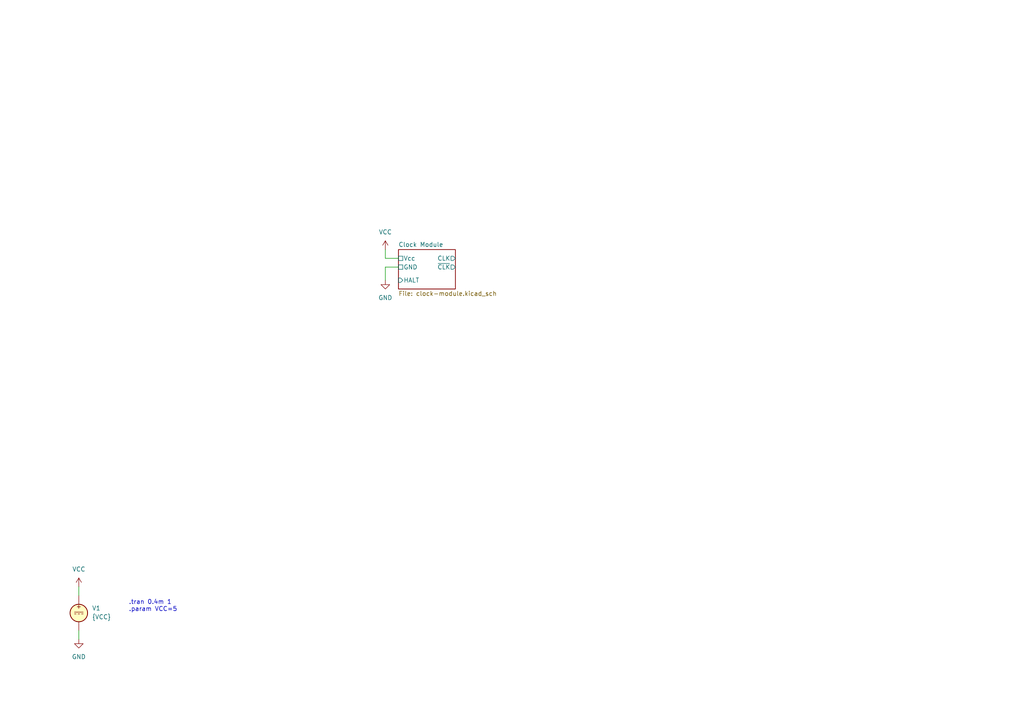
<source format=kicad_sch>
(kicad_sch (version 20231120) (generator "eeschema") (generator_version "8.0")
  (paper "A4")
  (title_block (title "8-bit Computer") (rev "v0.1") (company "BitBanged") (comment 1 "Inspired from Ben Eater's design.") (comment 2 "https://eater.net/8bit"))
  (lib_symbols
    (symbol "Simulation_SPICE:VDC" (pin_numbers hide) (pin_names (offset 0.0254))
      (property "Reference" "V" (at 2.54 2.54 0))
      (property "Value" "1" (at 2.54 0 0))
      (symbol "VDC_0_0"
        (polyline (pts (xy -1.27 0.254) (xy 1.27 0.254)))
        (polyline (pts (xy -0.762 -0.254) (xy -1.27 -0.254)))
        (polyline (pts (xy 0.254 -0.254) (xy -0.254 -0.254)))
        (polyline (pts (xy 1.27 -0.254) (xy 0.762 -0.254)))
        (text "+" (at 0 1.905 0) (effects (font (size 1.27 1.27))))
      )
      (symbol "VDC_0_1"
        (circle (center 0 0) (radius 2.54) (stroke (width 0.254)) (fill (type background)))
      )
      (symbol "VDC_1_1"
        (pin passive line (at 0 5.08 270) (length 2.54) (name "~") (number "1"))
        (pin passive line (at 0 -5.08 90) (length 2.54) (name "~") (number "2"))
      )
    )
    (symbol "power:GND" (power) (pin_numbers hide) (pin_names (offset 0) hide)
      (property "Value" "GND" (at 0 -3.81 0))
      (symbol "GND_0_1"
        (polyline (pts (xy 0 0) (xy 0 -1.27) (xy 1.27 -1.27) (xy 0 -2.54) (xy -1.27 -1.27) (xy 0 -1.27)))
      )
      (symbol "GND_1_1"
        (pin power_in line (at 0 0 270) (length 0) (name "~") (number "1"))
      )
    )
    (symbol "power:VCC" (power) (pin_numbers hide) (pin_names (offset 0) hide)
      (property "Value" "VCC" (at 0 3.556 0))
      (symbol "VCC_0_1"
        (polyline (pts (xy -0.762 1.27) (xy 0 2.54)))
        (polyline (pts (xy 0 0) (xy 0 2.54)))
        (polyline (pts (xy 0 2.54) (xy 0.762 1.27)))
      )
      (symbol "VCC_1_1"
        (pin power_in line (at 0 0 90) (length 0) (name "~") (number "1"))
      )
    )
  )
  (wire (pts (xy 111.76 72.39) (xy 111.76 74.93)))
  (wire (pts (xy 111.76 77.47) (xy 111.76 81.28)))
  (wire (pts (xy 111.76 77.47) (xy 115.57 77.47)))
  (wire (pts (xy 111.76 74.93) (xy 115.57 74.93)))
  (wire (pts (xy 22.86 170.18) (xy 22.86 172.72)))
  (wire (pts (xy 22.86 182.88) (xy 22.86 185.42)))
  (text ".tran 0.4m 1\n.param VCC=5" (at 37.338 175.768 0) (effects (font (size 1.27 1.27)) (justify left)))
  (symbol (lib_id "power:GND") (at 22.86 185.42 0) (unit 1)
    (property "Reference" "#PWR02" (effects (hide yes)))
    (property "Value" "GND" (at 22.86 190.5 0))
    (property "Description" "Power symbol creates a global label with name \"GND\" , ground" (effects (hide yes)))
  )
  (symbol (lib_id "power:GND") (at 111.76 81.28 0) (unit 1)
    (property "Reference" "#PWR04" (effects (hide yes)))
    (property "Value" "GND" (at 111.76 86.36 0))
    (property "Description" "Power symbol creates a global label with name \"GND\" , ground" (effects (hide yes)))
  )
  (symbol (lib_id "Simulation_SPICE:VDC") (at 22.86 177.8 0) (unit 1)
    (property "Reference" "V1" (at 26.67 176.4001 0) (effects (justify left)))
    (property "Value" "{VCC}" (at 26.67 178.9401 0) (effects (justify left)))
    (property "Datasheet" "https://ngspice.sourceforge.io/docs/ngspice-html-manual/manual.xhtml#sec_Independent_Sources_for" (effects (hide yes)))
    (property "Description" "Voltage source, DC" (effects (hide yes)))
    (property "Sim.Pins" "1=+ 2=-" (effects (hide yes)))
    (property "Sim.Type" "DC" (effects (hide yes)))
    (property "Sim.Device" "V" (effects (hide yes)))
  )
  (symbol (lib_id "power:VCC") (at 111.76 72.39 0) (unit 1)
    (property "Reference" "#PWR03" (effects (hide yes)))
    (property "Value" "VCC" (at 111.76 67.31 0))
    (property "Description" "Power symbol creates a global label with name \"VCC\"" (effects (hide yes)))
  )
  (symbol (lib_id "power:VCC") (at 22.86 170.18 0) (unit 1)
    (property "Reference" "#PWR01" (effects (hide yes)))
    (property "Value" "VCC" (at 22.86 165.1 0))
    (property "Description" "Power symbol creates a global label with name \"VCC\"" (effects (hide yes)))
  )
  (sheet (at 115.57 72.39) (size 16.51 11.43) (stroke (width 0.1524))
    (property "Sheetname" "Clock Module" (at 115.57 71.6784 0) (effects (justify left bottom)))
    (property "Sheetfile" "clock-module.kicad_sch" (at 115.57 84.4046 0) (effects (justify left top)))
    (pin "Vcc" passive (at 115.57 74.93 180))
    (pin "GND" passive (at 115.57 77.47 180))
    (pin "HALT" input (at 115.57 81.28 180))
    (pin "CLK" output (at 132.08 74.93 0))
    (pin "~{CLK}" output (at 132.08 77.47 0))
  )
)
</source>
